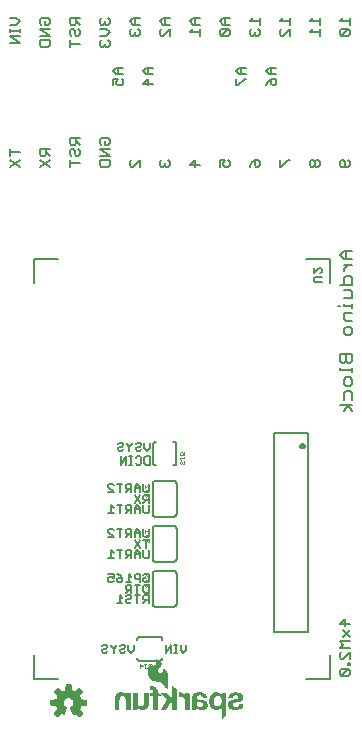
<source format=gbr>
G04 EAGLE Gerber RS-274X export*
G75*
%MOMM*%
%FSLAX34Y34*%
%LPD*%
%INSilkscreen Bottom*%
%IPPOS*%
%AMOC8*
5,1,8,0,0,1.08239X$1,22.5*%
G01*
%ADD10C,0.152400*%
%ADD11C,0.127000*%
%ADD12C,0.203200*%
%ADD13C,0.304800*%
%ADD14C,0.025400*%

G36*
X67740Y5226D02*
X67740Y5226D01*
X67848Y5236D01*
X67861Y5242D01*
X67875Y5244D01*
X67972Y5292D01*
X68071Y5337D01*
X68084Y5348D01*
X68093Y5352D01*
X68108Y5368D01*
X68185Y5430D01*
X70770Y8015D01*
X70833Y8104D01*
X70899Y8189D01*
X70904Y8202D01*
X70912Y8214D01*
X70943Y8317D01*
X70979Y8420D01*
X70979Y8434D01*
X70983Y8447D01*
X70979Y8555D01*
X70980Y8664D01*
X70975Y8677D01*
X70975Y8691D01*
X70937Y8793D01*
X70902Y8895D01*
X70893Y8910D01*
X70889Y8919D01*
X70875Y8936D01*
X70821Y9018D01*
X68057Y12408D01*
X68614Y13490D01*
X68620Y13510D01*
X68662Y13605D01*
X69033Y14764D01*
X73384Y15207D01*
X73488Y15235D01*
X73594Y15260D01*
X73606Y15267D01*
X73619Y15270D01*
X73709Y15331D01*
X73802Y15388D01*
X73810Y15399D01*
X73822Y15407D01*
X73888Y15493D01*
X73957Y15577D01*
X73961Y15590D01*
X73970Y15601D01*
X74004Y15704D01*
X74043Y15805D01*
X74044Y15823D01*
X74048Y15832D01*
X74048Y15854D01*
X74057Y15952D01*
X74057Y19608D01*
X74040Y19715D01*
X74026Y19823D01*
X74020Y19835D01*
X74018Y19849D01*
X73966Y19945D01*
X73919Y20042D01*
X73909Y20052D01*
X73903Y20064D01*
X73823Y20138D01*
X73747Y20215D01*
X73735Y20221D01*
X73725Y20231D01*
X73626Y20276D01*
X73529Y20324D01*
X73511Y20328D01*
X73502Y20332D01*
X73481Y20334D01*
X73384Y20353D01*
X69033Y20796D01*
X68662Y21955D01*
X68653Y21973D01*
X68651Y21980D01*
X68647Y21987D01*
X68614Y22070D01*
X68057Y23152D01*
X70821Y26542D01*
X70875Y26636D01*
X70932Y26728D01*
X70935Y26741D01*
X70942Y26753D01*
X70963Y26860D01*
X70988Y26965D01*
X70986Y26979D01*
X70989Y26993D01*
X70974Y27100D01*
X70964Y27208D01*
X70958Y27221D01*
X70956Y27235D01*
X70908Y27332D01*
X70863Y27431D01*
X70852Y27444D01*
X70848Y27453D01*
X70832Y27468D01*
X70770Y27545D01*
X68185Y30130D01*
X68096Y30193D01*
X68011Y30259D01*
X67998Y30264D01*
X67986Y30272D01*
X67883Y30303D01*
X67780Y30339D01*
X67766Y30339D01*
X67753Y30343D01*
X67645Y30339D01*
X67536Y30340D01*
X67523Y30335D01*
X67509Y30335D01*
X67407Y30297D01*
X67305Y30262D01*
X67290Y30253D01*
X67281Y30249D01*
X67264Y30235D01*
X67182Y30181D01*
X63792Y27417D01*
X62710Y27974D01*
X62690Y27980D01*
X62595Y28022D01*
X61436Y28393D01*
X60993Y32744D01*
X60965Y32848D01*
X60940Y32954D01*
X60933Y32966D01*
X60930Y32979D01*
X60869Y33069D01*
X60812Y33162D01*
X60801Y33170D01*
X60793Y33182D01*
X60707Y33248D01*
X60623Y33317D01*
X60610Y33321D01*
X60599Y33330D01*
X60496Y33364D01*
X60395Y33403D01*
X60377Y33404D01*
X60368Y33408D01*
X60346Y33408D01*
X60248Y33417D01*
X56592Y33417D01*
X56485Y33400D01*
X56377Y33386D01*
X56365Y33380D01*
X56351Y33378D01*
X56255Y33326D01*
X56158Y33279D01*
X56148Y33269D01*
X56136Y33263D01*
X56062Y33183D01*
X55985Y33107D01*
X55979Y33095D01*
X55969Y33085D01*
X55924Y32986D01*
X55876Y32889D01*
X55872Y32871D01*
X55868Y32862D01*
X55866Y32841D01*
X55847Y32744D01*
X55404Y28393D01*
X54245Y28022D01*
X54227Y28012D01*
X54130Y27974D01*
X53048Y27417D01*
X49658Y30181D01*
X49564Y30235D01*
X49472Y30292D01*
X49459Y30295D01*
X49447Y30302D01*
X49340Y30323D01*
X49235Y30348D01*
X49221Y30346D01*
X49207Y30349D01*
X49100Y30334D01*
X48992Y30324D01*
X48979Y30318D01*
X48966Y30316D01*
X48868Y30268D01*
X48769Y30223D01*
X48756Y30212D01*
X48747Y30208D01*
X48732Y30192D01*
X48655Y30130D01*
X46070Y27545D01*
X46007Y27456D01*
X45941Y27371D01*
X45936Y27358D01*
X45928Y27346D01*
X45897Y27243D01*
X45861Y27140D01*
X45861Y27126D01*
X45857Y27113D01*
X45861Y27005D01*
X45860Y26896D01*
X45865Y26883D01*
X45865Y26869D01*
X45903Y26767D01*
X45938Y26665D01*
X45947Y26650D01*
X45951Y26641D01*
X45965Y26624D01*
X46019Y26542D01*
X48783Y23152D01*
X48226Y22070D01*
X48220Y22050D01*
X48178Y21955D01*
X47807Y20796D01*
X43456Y20353D01*
X43352Y20325D01*
X43246Y20300D01*
X43234Y20293D01*
X43221Y20290D01*
X43131Y20229D01*
X43038Y20172D01*
X43030Y20161D01*
X43018Y20153D01*
X42952Y20067D01*
X42884Y19983D01*
X42879Y19970D01*
X42870Y19959D01*
X42836Y19856D01*
X42797Y19755D01*
X42796Y19737D01*
X42792Y19728D01*
X42793Y19706D01*
X42783Y19608D01*
X42783Y15952D01*
X42800Y15845D01*
X42814Y15737D01*
X42820Y15725D01*
X42822Y15711D01*
X42874Y15615D01*
X42921Y15518D01*
X42931Y15508D01*
X42937Y15496D01*
X43017Y15422D01*
X43093Y15345D01*
X43105Y15339D01*
X43116Y15329D01*
X43214Y15284D01*
X43311Y15236D01*
X43329Y15232D01*
X43338Y15228D01*
X43359Y15226D01*
X43456Y15207D01*
X47807Y14764D01*
X48178Y13605D01*
X48188Y13587D01*
X48226Y13490D01*
X48783Y12408D01*
X46019Y9018D01*
X45965Y8924D01*
X45908Y8832D01*
X45905Y8819D01*
X45898Y8807D01*
X45877Y8700D01*
X45852Y8595D01*
X45854Y8581D01*
X45851Y8567D01*
X45866Y8460D01*
X45876Y8352D01*
X45882Y8339D01*
X45884Y8326D01*
X45932Y8228D01*
X45977Y8129D01*
X45988Y8116D01*
X45992Y8107D01*
X46008Y8092D01*
X46070Y8015D01*
X48655Y5430D01*
X48744Y5367D01*
X48829Y5301D01*
X48842Y5296D01*
X48854Y5288D01*
X48957Y5257D01*
X49060Y5221D01*
X49074Y5221D01*
X49087Y5217D01*
X49195Y5221D01*
X49304Y5220D01*
X49317Y5225D01*
X49331Y5225D01*
X49433Y5263D01*
X49535Y5298D01*
X49550Y5307D01*
X49559Y5311D01*
X49576Y5325D01*
X49658Y5379D01*
X53048Y8143D01*
X54130Y7586D01*
X54183Y7569D01*
X54232Y7543D01*
X54298Y7532D01*
X54362Y7511D01*
X54418Y7512D01*
X54472Y7503D01*
X54539Y7514D01*
X54606Y7515D01*
X54658Y7533D01*
X54713Y7542D01*
X54773Y7574D01*
X54836Y7597D01*
X54879Y7631D01*
X54929Y7657D01*
X54975Y7706D01*
X55027Y7748D01*
X55058Y7795D01*
X55096Y7835D01*
X55152Y7940D01*
X55160Y7953D01*
X55161Y7958D01*
X55165Y7965D01*
X57318Y13162D01*
X57338Y13245D01*
X57343Y13258D01*
X57345Y13274D01*
X57370Y13359D01*
X57369Y13380D01*
X57374Y13400D01*
X57366Y13482D01*
X57367Y13501D01*
X57363Y13521D01*
X57359Y13602D01*
X57352Y13622D01*
X57350Y13643D01*
X57318Y13712D01*
X57312Y13739D01*
X57297Y13763D01*
X57271Y13830D01*
X57258Y13846D01*
X57249Y13865D01*
X57204Y13914D01*
X57184Y13946D01*
X57153Y13971D01*
X57115Y14017D01*
X57092Y14033D01*
X57082Y14043D01*
X57061Y14055D01*
X56996Y14100D01*
X56995Y14101D01*
X56994Y14102D01*
X56095Y14608D01*
X55408Y15252D01*
X54893Y16040D01*
X54581Y16928D01*
X54489Y17865D01*
X54622Y18797D01*
X54973Y19671D01*
X55522Y20436D01*
X56236Y21049D01*
X57076Y21474D01*
X57993Y21688D01*
X58934Y21678D01*
X59846Y21444D01*
X60676Y21001D01*
X61377Y20372D01*
X61909Y19595D01*
X62240Y18714D01*
X62353Y17779D01*
X62245Y16862D01*
X61925Y15994D01*
X61411Y15225D01*
X60732Y14598D01*
X59848Y14103D01*
X59806Y14070D01*
X59764Y14047D01*
X59733Y14014D01*
X59685Y13979D01*
X59673Y13963D01*
X59657Y13950D01*
X59622Y13895D01*
X59597Y13869D01*
X59584Y13839D01*
X59542Y13781D01*
X59536Y13762D01*
X59526Y13745D01*
X59507Y13670D01*
X59497Y13647D01*
X59494Y13623D01*
X59471Y13548D01*
X59472Y13528D01*
X59467Y13508D01*
X59474Y13422D01*
X59473Y13404D01*
X59476Y13388D01*
X59479Y13304D01*
X59487Y13279D01*
X59488Y13265D01*
X59498Y13243D01*
X59522Y13162D01*
X60451Y10919D01*
X60451Y10918D01*
X61382Y8671D01*
X61383Y8671D01*
X61675Y7965D01*
X61704Y7918D01*
X61725Y7866D01*
X61768Y7815D01*
X61804Y7758D01*
X61847Y7723D01*
X61883Y7680D01*
X61940Y7646D01*
X61992Y7603D01*
X62044Y7584D01*
X62092Y7555D01*
X62158Y7541D01*
X62221Y7517D01*
X62276Y7515D01*
X62330Y7504D01*
X62397Y7511D01*
X62464Y7509D01*
X62518Y7525D01*
X62573Y7532D01*
X62684Y7576D01*
X62698Y7580D01*
X62702Y7583D01*
X62710Y7586D01*
X63792Y8143D01*
X67182Y5379D01*
X67276Y5325D01*
X67368Y5268D01*
X67381Y5265D01*
X67393Y5258D01*
X67500Y5237D01*
X67605Y5212D01*
X67619Y5214D01*
X67633Y5211D01*
X67740Y5226D01*
G37*
G36*
X142225Y29039D02*
X142225Y29039D01*
X142225Y29040D01*
X142225Y41840D01*
X142225Y41841D01*
X142025Y43641D01*
X142024Y43641D01*
X142025Y43642D01*
X141825Y44242D01*
X141824Y44242D01*
X141524Y44842D01*
X141524Y44843D01*
X141224Y45343D01*
X141223Y45343D01*
X141223Y45344D01*
X140723Y45644D01*
X140323Y45944D01*
X140322Y45944D01*
X140322Y45945D01*
X139322Y46345D01*
X139321Y46344D01*
X139321Y46345D01*
X138721Y46445D01*
X138720Y46445D01*
X137920Y46445D01*
X137919Y46444D01*
X137919Y46445D01*
X137519Y46345D01*
X137320Y46345D01*
X137319Y46344D01*
X137318Y46344D01*
X137118Y46244D01*
X137117Y46244D01*
X137117Y46242D01*
X137115Y46238D01*
X137117Y46238D01*
X137116Y46236D01*
X137216Y46136D01*
X137218Y46136D01*
X137618Y45936D01*
X137618Y45935D01*
X137917Y45836D01*
X138116Y45636D01*
X138316Y45437D01*
X138516Y45138D01*
X138615Y44839D01*
X138615Y44541D01*
X138515Y44242D01*
X138316Y43843D01*
X138017Y43544D01*
X137718Y43344D01*
X137219Y43145D01*
X136720Y43045D01*
X135921Y43045D01*
X135122Y43245D01*
X134523Y43644D01*
X134124Y44143D01*
X133925Y44741D01*
X133925Y45439D01*
X134224Y46137D01*
X134924Y46937D01*
X135724Y47837D01*
X136424Y48637D01*
X136424Y48638D01*
X136924Y49538D01*
X136924Y49539D01*
X136925Y49539D01*
X137125Y50439D01*
X137125Y50440D01*
X137125Y51240D01*
X137124Y51241D01*
X137125Y51242D01*
X136825Y52142D01*
X136824Y52142D01*
X136824Y52143D01*
X136324Y52843D01*
X136323Y52843D01*
X136323Y52844D01*
X135423Y53644D01*
X135422Y53644D01*
X134322Y54244D01*
X134321Y54244D01*
X134321Y54245D01*
X133221Y54445D01*
X133220Y54445D01*
X132220Y54445D01*
X132219Y54444D01*
X132218Y54445D01*
X131318Y54145D01*
X130518Y53845D01*
X130518Y53844D01*
X129918Y53544D01*
X129917Y53544D01*
X129517Y53244D01*
X129516Y53244D01*
X129416Y53144D01*
X129416Y53142D01*
X129415Y53141D01*
X129416Y53139D01*
X129416Y53137D01*
X129418Y53137D01*
X129420Y53135D01*
X129720Y53135D01*
X129721Y53136D01*
X129722Y53135D01*
X130021Y53235D01*
X130319Y53235D01*
X130719Y53135D01*
X131218Y53035D01*
X131617Y52836D01*
X132016Y52537D01*
X132216Y52238D01*
X132315Y51938D01*
X132316Y51938D01*
X132415Y51738D01*
X132515Y51440D01*
X132415Y51142D01*
X132415Y51141D01*
X132315Y50742D01*
X132116Y50443D01*
X132116Y50442D01*
X131916Y50043D01*
X131617Y49744D01*
X131317Y49544D01*
X130917Y49244D01*
X130618Y49044D01*
X129819Y48645D01*
X129121Y48645D01*
X128822Y48745D01*
X128524Y48943D01*
X128425Y49242D01*
X128325Y49541D01*
X128325Y50340D01*
X128324Y50341D01*
X128325Y50342D01*
X128323Y50342D01*
X128321Y50345D01*
X128319Y50344D01*
X128318Y50344D01*
X127518Y49944D01*
X127517Y49943D01*
X127516Y49943D01*
X126716Y49043D01*
X126016Y47843D01*
X126016Y47842D01*
X126015Y47842D01*
X125515Y46442D01*
X125515Y46441D01*
X125215Y44841D01*
X125216Y44840D01*
X125215Y44840D01*
X125315Y43040D01*
X125316Y43039D01*
X125315Y43039D01*
X125815Y41239D01*
X125816Y41238D01*
X126816Y39438D01*
X126816Y39437D01*
X127516Y38537D01*
X127517Y38537D01*
X127516Y38536D01*
X128316Y37736D01*
X128317Y37736D01*
X129117Y37036D01*
X130117Y36436D01*
X130118Y36436D01*
X130118Y36435D01*
X131118Y36035D01*
X131119Y36036D01*
X131119Y36035D01*
X132219Y35735D01*
X133419Y35535D01*
X133420Y35535D01*
X135320Y35535D01*
X135918Y35435D01*
X136417Y35136D01*
X136917Y34736D01*
X137417Y34336D01*
X137916Y33737D01*
X137917Y33737D01*
X137916Y33736D01*
X139216Y32437D01*
X139716Y31737D01*
X139717Y31737D01*
X139716Y31736D01*
X140316Y31137D01*
X140816Y30537D01*
X140817Y30537D01*
X140816Y30536D01*
X141316Y30037D01*
X141616Y29637D01*
X141617Y29637D01*
X141616Y29636D01*
X141916Y29337D01*
X142116Y29037D01*
X142119Y29036D01*
X142120Y29035D01*
X142220Y29035D01*
X142225Y29039D01*
G37*
G36*
X187921Y3537D02*
X187921Y3537D01*
X187924Y3536D01*
X188823Y4436D01*
X190323Y5636D01*
X190323Y5637D01*
X190324Y5636D01*
X191223Y6536D01*
X191723Y6936D01*
X191724Y6939D01*
X191725Y6940D01*
X191725Y25440D01*
X191722Y25443D01*
X191721Y25445D01*
X191321Y25545D01*
X190821Y25645D01*
X190820Y25645D01*
X190321Y25645D01*
X189921Y25745D01*
X189421Y25845D01*
X189021Y25945D01*
X188021Y26145D01*
X188020Y26144D01*
X188015Y26142D01*
X188016Y26141D01*
X188015Y26140D01*
X188015Y24354D01*
X187624Y24843D01*
X187624Y24844D01*
X187224Y25244D01*
X187223Y25244D01*
X186723Y25644D01*
X185723Y26244D01*
X185721Y26244D01*
X185721Y26245D01*
X184521Y26445D01*
X184520Y26445D01*
X183820Y26445D01*
X183760Y26441D01*
X183685Y26436D01*
X183611Y26431D01*
X183610Y26431D01*
X183536Y26426D01*
X183462Y26421D01*
X183461Y26421D01*
X183387Y26416D01*
X183312Y26411D01*
X183238Y26406D01*
X183163Y26401D01*
X183089Y26396D01*
X183014Y26391D01*
X182940Y26386D01*
X182865Y26381D01*
X182791Y26376D01*
X182716Y26371D01*
X182642Y26366D01*
X182567Y26361D01*
X182493Y26357D01*
X182418Y26352D01*
X182344Y26347D01*
X182343Y26347D01*
X182320Y26345D01*
X182319Y26344D01*
X182318Y26345D01*
X180918Y25845D01*
X180918Y25844D01*
X180917Y25844D01*
X179817Y25144D01*
X179817Y25143D01*
X179816Y25143D01*
X178916Y24143D01*
X178216Y23043D01*
X178216Y23042D01*
X178215Y23041D01*
X177815Y21741D01*
X177515Y20341D01*
X177515Y20340D01*
X177415Y18840D01*
X177515Y17440D01*
X177515Y17439D01*
X177815Y16139D01*
X177816Y16139D01*
X177815Y16138D01*
X178315Y14938D01*
X178316Y14938D01*
X178916Y13838D01*
X178917Y13837D01*
X178916Y13836D01*
X179816Y12936D01*
X179817Y12936D01*
X180917Y12136D01*
X180918Y12136D01*
X180918Y12135D01*
X182118Y11735D01*
X182119Y11736D01*
X182119Y11735D01*
X183619Y11535D01*
X183620Y11536D01*
X183621Y11535D01*
X185421Y11835D01*
X185421Y11836D01*
X185422Y11836D01*
X186022Y12136D01*
X186023Y12136D01*
X187023Y12736D01*
X187023Y12737D01*
X187024Y12737D01*
X187424Y13237D01*
X187822Y13735D01*
X187915Y13735D01*
X187915Y3540D01*
X187916Y3539D01*
X187916Y3537D01*
X187918Y3537D01*
X187919Y3535D01*
X187921Y3537D01*
G37*
G36*
X171921Y11535D02*
X171921Y11535D01*
X172421Y11635D01*
X172920Y11635D01*
X172921Y11636D01*
X172921Y11635D01*
X173321Y11735D01*
X173322Y11736D01*
X173322Y11735D01*
X173822Y11935D01*
X173822Y11936D01*
X174222Y12136D01*
X174223Y12136D01*
X174522Y12336D01*
X174922Y12536D01*
X174923Y12537D01*
X174924Y12536D01*
X175224Y12836D01*
X175224Y12837D01*
X175424Y13137D01*
X175724Y13537D01*
X175924Y13837D01*
X175924Y13839D01*
X175925Y13839D01*
X176025Y14338D01*
X176224Y14738D01*
X176224Y14739D01*
X176225Y14739D01*
X176225Y14740D01*
X176225Y15240D01*
X176325Y15739D01*
X176324Y15740D01*
X176325Y15741D01*
X176125Y16841D01*
X176125Y16842D01*
X175825Y17742D01*
X175824Y17742D01*
X175424Y18442D01*
X175423Y18443D01*
X175423Y18444D01*
X174723Y19044D01*
X174722Y19044D01*
X174022Y19444D01*
X174022Y19445D01*
X173222Y19745D01*
X173221Y19745D01*
X172421Y19945D01*
X169721Y20245D01*
X169021Y20345D01*
X168321Y20545D01*
X167722Y20745D01*
X167223Y21044D01*
X166925Y21442D01*
X166925Y22539D01*
X167224Y23137D01*
X167324Y23236D01*
X167324Y23238D01*
X167424Y23436D01*
X168021Y23735D01*
X168220Y23735D01*
X168221Y23736D01*
X168222Y23736D01*
X168421Y23835D01*
X170219Y23835D01*
X171217Y23336D01*
X171616Y22937D01*
X171715Y22738D01*
X171815Y22438D01*
X171816Y22438D01*
X171915Y22239D01*
X171915Y21740D01*
X171919Y21735D01*
X171920Y21735D01*
X175820Y21735D01*
X175821Y21736D01*
X175825Y21739D01*
X175824Y21740D01*
X175825Y21740D01*
X175825Y21741D01*
X175625Y22941D01*
X175624Y22941D01*
X175625Y22942D01*
X175425Y23542D01*
X175424Y23542D01*
X175424Y23543D01*
X175124Y23943D01*
X174824Y24443D01*
X174524Y24843D01*
X174523Y24843D01*
X174523Y24844D01*
X174123Y25144D01*
X173123Y25744D01*
X173122Y25744D01*
X173122Y25745D01*
X172622Y25945D01*
X172621Y25944D01*
X172621Y25945D01*
X172121Y26045D01*
X171522Y26245D01*
X171521Y26245D01*
X170921Y26345D01*
X170421Y26445D01*
X170420Y26445D01*
X168120Y26445D01*
X168119Y26445D01*
X167620Y26345D01*
X167020Y26345D01*
X167019Y26345D01*
X166519Y26245D01*
X166519Y26244D01*
X166518Y26245D01*
X166019Y26045D01*
X165519Y25945D01*
X165519Y25944D01*
X165518Y25945D01*
X165018Y25745D01*
X165018Y25744D01*
X165017Y25744D01*
X163817Y24844D01*
X163817Y24843D01*
X163816Y24843D01*
X163516Y24443D01*
X163516Y24442D01*
X163316Y24042D01*
X163315Y24042D01*
X163115Y23542D01*
X163116Y23541D01*
X163115Y23541D01*
X163015Y23041D01*
X163015Y23040D01*
X163015Y14341D01*
X162916Y14142D01*
X162916Y14141D01*
X162915Y14140D01*
X162915Y13241D01*
X162816Y13042D01*
X162815Y13041D01*
X162816Y13041D01*
X162815Y13040D01*
X162815Y12841D01*
X162716Y12642D01*
X162716Y12641D01*
X162715Y12640D01*
X162715Y12341D01*
X162616Y12143D01*
X162516Y12044D01*
X162516Y12041D01*
X162515Y12040D01*
X162515Y11940D01*
X162519Y11935D01*
X162520Y11935D01*
X166420Y11935D01*
X166425Y11939D01*
X166425Y11940D01*
X166425Y12038D01*
X166524Y12136D01*
X166524Y12139D01*
X166525Y12140D01*
X166525Y12238D01*
X166624Y12336D01*
X166624Y12338D01*
X166625Y12339D01*
X166625Y12340D01*
X166625Y12638D01*
X166724Y12736D01*
X166724Y12739D01*
X166725Y12740D01*
X166725Y13324D01*
X166916Y13037D01*
X166917Y13037D01*
X166917Y13036D01*
X167217Y12836D01*
X167416Y12636D01*
X167417Y12636D01*
X167717Y12436D01*
X167718Y12436D01*
X167718Y12435D01*
X168018Y12336D01*
X168317Y12136D01*
X168318Y12136D01*
X168318Y12135D01*
X169518Y11735D01*
X169519Y11736D01*
X169520Y11735D01*
X169819Y11735D01*
X170118Y11635D01*
X170119Y11636D01*
X170120Y11635D01*
X170519Y11635D01*
X170818Y11535D01*
X170819Y11536D01*
X170820Y11535D01*
X171920Y11535D01*
X171921Y11535D01*
G37*
G36*
X140922Y11937D02*
X140922Y11937D01*
X140924Y11937D01*
X144821Y18232D01*
X146315Y16838D01*
X146315Y11940D01*
X146319Y11935D01*
X146320Y11935D01*
X150220Y11935D01*
X150225Y11939D01*
X150225Y11940D01*
X150225Y29340D01*
X150223Y29342D01*
X150222Y29344D01*
X146322Y31444D01*
X146321Y31444D01*
X146321Y31445D01*
X146319Y31444D01*
X146316Y31443D01*
X146316Y31441D01*
X146315Y31440D01*
X146315Y21052D01*
X141424Y26143D01*
X141421Y26144D01*
X141420Y26145D01*
X136820Y26145D01*
X136819Y26144D01*
X136817Y26144D01*
X136817Y26142D01*
X136815Y26141D01*
X136817Y26139D01*
X136817Y26136D01*
X142114Y20939D01*
X136216Y11943D01*
X136216Y11941D01*
X136215Y11941D01*
X136216Y11939D01*
X136217Y11936D01*
X136219Y11937D01*
X136220Y11935D01*
X140920Y11935D01*
X140922Y11937D01*
G37*
G36*
X101425Y11939D02*
X101425Y11939D01*
X101425Y11940D01*
X101425Y19940D01*
X101525Y20739D01*
X101625Y21439D01*
X101725Y22038D01*
X102024Y22537D01*
X102323Y22936D01*
X102822Y23235D01*
X103321Y23335D01*
X103920Y23435D01*
X104719Y23335D01*
X105318Y23235D01*
X105817Y22936D01*
X106216Y22437D01*
X106516Y21938D01*
X106815Y21239D01*
X106915Y20339D01*
X106915Y11940D01*
X106919Y11935D01*
X106920Y11935D01*
X110820Y11935D01*
X110825Y11939D01*
X110825Y11940D01*
X110825Y26140D01*
X110821Y26145D01*
X110820Y26145D01*
X107120Y26145D01*
X107115Y26141D01*
X107115Y26140D01*
X107115Y24145D01*
X107023Y24145D01*
X106624Y24743D01*
X106624Y24744D01*
X106224Y25144D01*
X106223Y25144D01*
X105723Y25544D01*
X105123Y25944D01*
X105122Y25944D01*
X105122Y25945D01*
X103922Y26345D01*
X103921Y26345D01*
X103321Y26445D01*
X103320Y26445D01*
X102720Y26445D01*
X102703Y26444D01*
X102633Y26439D01*
X102564Y26434D01*
X102494Y26429D01*
X102425Y26424D01*
X102355Y26419D01*
X102286Y26414D01*
X102216Y26409D01*
X102147Y26404D01*
X102146Y26404D01*
X102077Y26399D01*
X102007Y26394D01*
X101938Y26389D01*
X101868Y26384D01*
X101799Y26379D01*
X101729Y26374D01*
X101660Y26369D01*
X101590Y26364D01*
X101520Y26359D01*
X101451Y26354D01*
X101381Y26349D01*
X101320Y26345D01*
X101319Y26345D01*
X100219Y26045D01*
X100218Y26044D01*
X99318Y25544D01*
X99317Y25543D01*
X99316Y25544D01*
X98616Y24844D01*
X98616Y24843D01*
X98116Y24043D01*
X98116Y24042D01*
X98115Y24041D01*
X97815Y23041D01*
X97615Y21941D01*
X97615Y21940D01*
X97515Y20640D01*
X97515Y11940D01*
X97519Y11935D01*
X97520Y11935D01*
X101420Y11935D01*
X101425Y11939D01*
G37*
G36*
X122420Y11635D02*
X122420Y11635D01*
X122421Y11636D01*
X122422Y11635D01*
X123522Y12035D01*
X123522Y12036D01*
X124422Y12536D01*
X124423Y12536D01*
X125123Y13136D01*
X125123Y13137D01*
X125124Y13138D01*
X125624Y14038D01*
X125625Y14039D01*
X125925Y15039D01*
X126125Y16139D01*
X126125Y16140D01*
X126125Y26140D01*
X126121Y26145D01*
X126120Y26145D01*
X122320Y26145D01*
X122315Y26141D01*
X122315Y26140D01*
X122315Y18140D01*
X122115Y16541D01*
X122015Y15942D01*
X121716Y15543D01*
X121417Y15144D01*
X120918Y14845D01*
X120419Y14745D01*
X119820Y14645D01*
X119021Y14745D01*
X118422Y14845D01*
X117923Y15144D01*
X117524Y15543D01*
X117225Y16142D01*
X116925Y16841D01*
X116825Y17640D01*
X116825Y26140D01*
X116821Y26145D01*
X116820Y26145D01*
X112920Y26145D01*
X112915Y26141D01*
X112915Y26140D01*
X112915Y11940D01*
X112919Y11935D01*
X112920Y11935D01*
X116620Y11935D01*
X116625Y11939D01*
X116625Y11940D01*
X116625Y13935D01*
X116717Y13935D01*
X117116Y13337D01*
X117516Y12837D01*
X117517Y12837D01*
X117517Y12836D01*
X118017Y12436D01*
X118018Y12436D01*
X118618Y12136D01*
X118618Y12135D01*
X119118Y11935D01*
X119718Y11735D01*
X119719Y11736D01*
X119719Y11735D01*
X120419Y11635D01*
X121019Y11535D01*
X121020Y11536D01*
X121020Y11535D01*
X122420Y11635D01*
G37*
G36*
X201020Y11635D02*
X201020Y11635D01*
X201021Y11635D01*
X202221Y11835D01*
X203321Y12135D01*
X203322Y12136D01*
X204322Y12636D01*
X204323Y12636D01*
X205123Y13336D01*
X205123Y13337D01*
X205124Y13337D01*
X205824Y14237D01*
X205824Y14238D01*
X205825Y14238D01*
X206225Y15238D01*
X206224Y15239D01*
X206225Y15239D01*
X206425Y16539D01*
X206425Y16540D01*
X206421Y16545D01*
X206421Y16544D01*
X206420Y16545D01*
X202720Y16545D01*
X202715Y16541D01*
X202715Y16540D01*
X202715Y15941D01*
X202516Y15443D01*
X202216Y15044D01*
X201817Y14744D01*
X201418Y14445D01*
X200819Y14345D01*
X200319Y14245D01*
X199720Y14145D01*
X199321Y14245D01*
X199320Y14244D01*
X199320Y14245D01*
X198921Y14245D01*
X198522Y14345D01*
X198123Y14544D01*
X197723Y14844D01*
X197425Y15143D01*
X197325Y15541D01*
X197225Y15940D01*
X197325Y16338D01*
X197524Y16737D01*
X197923Y17036D01*
X198422Y17335D01*
X199021Y17535D01*
X200621Y17935D01*
X201621Y18135D01*
X202521Y18335D01*
X202521Y18336D01*
X202522Y18335D01*
X203322Y18635D01*
X204022Y18935D01*
X204022Y18936D01*
X204722Y19336D01*
X204723Y19336D01*
X205323Y19736D01*
X205323Y19737D01*
X205324Y19737D01*
X205724Y20337D01*
X205724Y20338D01*
X205725Y20338D01*
X206025Y21038D01*
X206024Y21039D01*
X206025Y21039D01*
X206125Y21939D01*
X206125Y21940D01*
X206025Y23140D01*
X206024Y23141D01*
X206025Y23142D01*
X205625Y24142D01*
X205624Y24142D01*
X205624Y24143D01*
X204924Y24943D01*
X204923Y24943D01*
X204923Y24944D01*
X204223Y25544D01*
X204222Y25544D01*
X203222Y26044D01*
X203221Y26044D01*
X203221Y26045D01*
X202221Y26245D01*
X201121Y26445D01*
X201120Y26445D01*
X198820Y26445D01*
X198819Y26445D01*
X197719Y26245D01*
X196719Y25945D01*
X196718Y25944D01*
X196718Y25945D01*
X195818Y25545D01*
X195818Y25544D01*
X195817Y25544D01*
X195017Y24944D01*
X195017Y24943D01*
X195016Y24943D01*
X194416Y24143D01*
X194416Y24142D01*
X193916Y23142D01*
X193916Y23141D01*
X193915Y23141D01*
X193715Y21941D01*
X193716Y21940D01*
X193719Y21935D01*
X193719Y21936D01*
X193720Y21935D01*
X197420Y21935D01*
X197424Y21938D01*
X197425Y21939D01*
X197525Y22439D01*
X197724Y22938D01*
X197924Y23236D01*
X198222Y23436D01*
X198622Y23636D01*
X199121Y23835D01*
X200819Y23835D01*
X201118Y23735D01*
X201119Y23735D01*
X201519Y23635D01*
X201817Y23536D01*
X202215Y22938D01*
X202215Y22541D01*
X202115Y22142D01*
X201816Y21744D01*
X201417Y21444D01*
X200818Y21145D01*
X200219Y20945D01*
X199419Y20845D01*
X197019Y20245D01*
X196119Y20045D01*
X196118Y20044D01*
X194718Y19244D01*
X194717Y19244D01*
X194117Y18744D01*
X194117Y18743D01*
X194116Y18743D01*
X193716Y18143D01*
X193716Y18142D01*
X193715Y18142D01*
X193415Y17442D01*
X193416Y17441D01*
X193415Y17441D01*
X193315Y16541D01*
X193316Y16540D01*
X193315Y16539D01*
X193515Y15239D01*
X193516Y15239D01*
X193515Y15238D01*
X193915Y14138D01*
X193916Y14138D01*
X193916Y14137D01*
X194516Y13337D01*
X194517Y13337D01*
X194517Y13336D01*
X195317Y12636D01*
X195318Y12636D01*
X196318Y12136D01*
X196319Y12135D01*
X197419Y11835D01*
X198619Y11635D01*
X198620Y11635D01*
X199820Y11535D01*
X201020Y11635D01*
G37*
G36*
X133825Y11939D02*
X133825Y11939D01*
X133825Y11940D01*
X133825Y23535D01*
X137720Y23535D01*
X137722Y23536D01*
X137724Y23537D01*
X137723Y23538D01*
X137725Y23539D01*
X137723Y23541D01*
X137723Y23544D01*
X137323Y23844D01*
X135724Y25444D01*
X135723Y25444D01*
X135324Y25744D01*
X135024Y26143D01*
X135021Y26144D01*
X135020Y26145D01*
X133825Y26145D01*
X133825Y28140D01*
X133824Y28141D01*
X133825Y28142D01*
X133525Y28942D01*
X133225Y29642D01*
X133224Y29642D01*
X133224Y29643D01*
X132724Y30243D01*
X132723Y30243D01*
X132723Y30244D01*
X132023Y30744D01*
X132022Y30744D01*
X131222Y31144D01*
X131221Y31145D01*
X130221Y31445D01*
X130221Y31444D01*
X130220Y31445D01*
X127320Y31445D01*
X127319Y31444D01*
X127318Y31444D01*
X127118Y31344D01*
X127117Y31341D01*
X127115Y31340D01*
X127115Y28540D01*
X127119Y28535D01*
X127120Y28535D01*
X128819Y28535D01*
X129218Y28435D01*
X129617Y28236D01*
X129816Y27938D01*
X129915Y27739D01*
X129915Y27340D01*
X129916Y27339D01*
X129915Y27339D01*
X130015Y26939D01*
X130015Y26145D01*
X127320Y26145D01*
X127315Y26141D01*
X127315Y26140D01*
X127315Y23540D01*
X127319Y23535D01*
X127320Y23535D01*
X130015Y23535D01*
X130015Y11940D01*
X130019Y11935D01*
X130020Y11935D01*
X133820Y11935D01*
X133825Y11939D01*
G37*
G36*
X160825Y11939D02*
X160825Y11939D01*
X160825Y11940D01*
X160825Y25440D01*
X160822Y25444D01*
X160821Y25445D01*
X160321Y25545D01*
X159921Y25645D01*
X159920Y25644D01*
X159920Y25645D01*
X159420Y25645D01*
X158921Y25745D01*
X158521Y25845D01*
X158021Y25945D01*
X157521Y26045D01*
X157121Y26145D01*
X157120Y26144D01*
X157115Y26142D01*
X157116Y26141D01*
X157115Y26140D01*
X157115Y23459D01*
X156724Y24142D01*
X156724Y24143D01*
X156324Y24643D01*
X155824Y25243D01*
X155823Y25243D01*
X155823Y25244D01*
X155323Y25644D01*
X155322Y25644D01*
X154622Y26044D01*
X154622Y26045D01*
X154022Y26245D01*
X154021Y26245D01*
X153321Y26445D01*
X153321Y26444D01*
X153320Y26445D01*
X151920Y26445D01*
X151918Y26443D01*
X151916Y26444D01*
X151818Y26345D01*
X151720Y26345D01*
X151715Y26341D01*
X151715Y26340D01*
X151715Y22740D01*
X151719Y22735D01*
X151720Y22735D01*
X151820Y22735D01*
X151821Y22736D01*
X151822Y22736D01*
X152021Y22835D01*
X153120Y22835D01*
X154119Y22735D01*
X154918Y22535D01*
X155617Y22136D01*
X156116Y21537D01*
X156515Y20838D01*
X156715Y20139D01*
X156915Y19239D01*
X156915Y11940D01*
X156919Y11935D01*
X156920Y11935D01*
X160820Y11935D01*
X160825Y11939D01*
G37*
%LPC*%
G36*
X183821Y14645D02*
X183821Y14645D01*
X183022Y14845D01*
X182424Y15343D01*
X182024Y15843D01*
X181725Y16542D01*
X181425Y17341D01*
X181325Y18140D01*
X181325Y19840D01*
X181425Y20639D01*
X181725Y21438D01*
X182024Y22137D01*
X182523Y22736D01*
X183122Y23136D01*
X183821Y23435D01*
X184720Y23535D01*
X185519Y23435D01*
X186317Y23136D01*
X186817Y22736D01*
X187316Y22137D01*
X187615Y21438D01*
X187915Y20639D01*
X188015Y19840D01*
X188015Y18141D01*
X187815Y17341D01*
X187615Y16542D01*
X187316Y15843D01*
X186817Y15344D01*
X186218Y14844D01*
X185519Y14645D01*
X184620Y14545D01*
X183821Y14645D01*
G37*
%LPD*%
%LPC*%
G36*
X170020Y14145D02*
X170020Y14145D01*
X169521Y14245D01*
X169520Y14245D01*
X169021Y14245D01*
X168622Y14444D01*
X168621Y14445D01*
X168222Y14545D01*
X167923Y14744D01*
X167724Y14943D01*
X167524Y15243D01*
X167524Y15244D01*
X167324Y15443D01*
X167225Y15742D01*
X167125Y16042D01*
X167124Y16042D01*
X167025Y16242D01*
X166925Y16541D01*
X166925Y18828D01*
X167116Y18636D01*
X167119Y18636D01*
X167120Y18635D01*
X167319Y18635D01*
X167718Y18436D01*
X167719Y18436D01*
X167720Y18435D01*
X167919Y18435D01*
X168118Y18336D01*
X168119Y18336D01*
X168120Y18335D01*
X168519Y18335D01*
X168718Y18236D01*
X168719Y18236D01*
X168720Y18235D01*
X168919Y18235D01*
X169218Y18135D01*
X169219Y18136D01*
X169220Y18135D01*
X169619Y18135D01*
X169918Y18035D01*
X169919Y18036D01*
X169920Y18035D01*
X170319Y18035D01*
X170518Y17936D01*
X170519Y17936D01*
X170520Y17935D01*
X170719Y17935D01*
X171018Y17835D01*
X171217Y17736D01*
X171316Y17636D01*
X171318Y17636D01*
X171717Y17436D01*
X171816Y17336D01*
X171818Y17336D01*
X172016Y17236D01*
X172315Y16639D01*
X172315Y16440D01*
X172316Y16439D01*
X172316Y16438D01*
X172415Y16239D01*
X172415Y15741D01*
X172315Y15442D01*
X172315Y15441D01*
X172316Y15441D01*
X172315Y15440D01*
X172315Y15241D01*
X172216Y15043D01*
X172116Y14944D01*
X172116Y14942D01*
X172016Y14744D01*
X171818Y14644D01*
X171817Y14643D01*
X171816Y14644D01*
X171717Y14544D01*
X171319Y14345D01*
X171120Y14345D01*
X171119Y14344D01*
X171118Y14344D01*
X170919Y14245D01*
X170720Y14245D01*
X170719Y14244D01*
X170718Y14244D01*
X170519Y14145D01*
X170020Y14145D01*
G37*
%LPD*%
D10*
X296418Y84143D02*
X287775Y84143D01*
X292096Y88465D01*
X292096Y82703D01*
X290656Y79110D02*
X296418Y73347D01*
X290656Y73347D02*
X296418Y79110D01*
X296418Y69754D02*
X287775Y69754D01*
X290656Y66873D01*
X287775Y63992D01*
X296418Y63992D01*
X296418Y60399D02*
X296418Y54637D01*
X296418Y60399D02*
X290656Y54637D01*
X289215Y54637D01*
X287775Y56078D01*
X287775Y58959D01*
X289215Y60399D01*
X294977Y51044D02*
X296418Y51044D01*
X294977Y51044D02*
X294977Y49603D01*
X296418Y49603D01*
X296418Y51044D01*
X294977Y46366D02*
X289215Y46366D01*
X287775Y44926D01*
X287775Y42045D01*
X289215Y40604D01*
X294977Y40604D01*
X296418Y42045D01*
X296418Y44926D01*
X294977Y46366D01*
X289215Y40604D01*
D11*
X113665Y62359D02*
X113665Y66935D01*
X113665Y62359D02*
X111377Y60071D01*
X109089Y62359D01*
X109089Y66935D01*
X102749Y66935D02*
X101605Y65791D01*
X102749Y66935D02*
X105037Y66935D01*
X106181Y65791D01*
X106181Y64647D01*
X105037Y63503D01*
X102749Y63503D01*
X101605Y62359D01*
X101605Y61215D01*
X102749Y60071D01*
X105037Y60071D01*
X106181Y61215D01*
X98697Y65791D02*
X98697Y66935D01*
X98697Y65791D02*
X96409Y63503D01*
X94121Y65791D01*
X94121Y66935D01*
X96409Y63503D02*
X96409Y60071D01*
X87781Y66935D02*
X86637Y65791D01*
X87781Y66935D02*
X90069Y66935D01*
X91213Y65791D01*
X91213Y64647D01*
X90069Y63503D01*
X87781Y63503D01*
X86637Y62359D01*
X86637Y61215D01*
X87781Y60071D01*
X90069Y60071D01*
X91213Y61215D01*
X126365Y179325D02*
X126365Y185045D01*
X126365Y179325D02*
X125221Y178181D01*
X122933Y178181D01*
X121789Y179325D01*
X121789Y185045D01*
X118881Y182757D02*
X118881Y178181D01*
X118881Y182757D02*
X116593Y185045D01*
X114305Y182757D01*
X114305Y178181D01*
X114305Y181613D02*
X118881Y181613D01*
X111397Y178181D02*
X111397Y185045D01*
X107965Y185045D01*
X106821Y183901D01*
X106821Y181613D01*
X107965Y180469D01*
X111397Y180469D01*
X109109Y180469D02*
X106821Y178181D01*
X101625Y178181D02*
X101625Y185045D01*
X103913Y185045D02*
X99337Y185045D01*
X96428Y182757D02*
X94140Y185045D01*
X94140Y178181D01*
X96428Y178181D02*
X91852Y178181D01*
X126365Y197105D02*
X126365Y202825D01*
X126365Y197105D02*
X125221Y195961D01*
X122933Y195961D01*
X121789Y197105D01*
X121789Y202825D01*
X118881Y200537D02*
X118881Y195961D01*
X118881Y200537D02*
X116593Y202825D01*
X114305Y200537D01*
X114305Y195961D01*
X114305Y199393D02*
X118881Y199393D01*
X111397Y195961D02*
X111397Y202825D01*
X107965Y202825D01*
X106821Y201681D01*
X106821Y199393D01*
X107965Y198249D01*
X111397Y198249D01*
X109109Y198249D02*
X106821Y195961D01*
X101625Y195961D02*
X101625Y202825D01*
X103913Y202825D02*
X99337Y202825D01*
X96428Y195961D02*
X91852Y195961D01*
X96428Y195961D02*
X91852Y200537D01*
X91852Y201681D01*
X92996Y202825D01*
X95284Y202825D01*
X96428Y201681D01*
X126365Y193935D02*
X126365Y187071D01*
X126365Y193935D02*
X122933Y193935D01*
X121789Y192791D01*
X121789Y190503D01*
X122933Y189359D01*
X126365Y189359D01*
X124077Y189359D02*
X121789Y187071D01*
X118881Y193935D02*
X114305Y187071D01*
X118881Y187071D02*
X114305Y193935D01*
X126365Y146945D02*
X126365Y141225D01*
X125221Y140081D01*
X122933Y140081D01*
X121789Y141225D01*
X121789Y146945D01*
X118881Y144657D02*
X118881Y140081D01*
X118881Y144657D02*
X116593Y146945D01*
X114305Y144657D01*
X114305Y140081D01*
X114305Y143513D02*
X118881Y143513D01*
X111397Y140081D02*
X111397Y146945D01*
X107965Y146945D01*
X106821Y145801D01*
X106821Y143513D01*
X107965Y142369D01*
X111397Y142369D01*
X109109Y142369D02*
X106821Y140081D01*
X101625Y140081D02*
X101625Y146945D01*
X103913Y146945D02*
X99337Y146945D01*
X96428Y144657D02*
X94140Y146945D01*
X94140Y140081D01*
X96428Y140081D02*
X91852Y140081D01*
X126365Y159005D02*
X126365Y164725D01*
X126365Y159005D02*
X125221Y157861D01*
X122933Y157861D01*
X121789Y159005D01*
X121789Y164725D01*
X118881Y162437D02*
X118881Y157861D01*
X118881Y162437D02*
X116593Y164725D01*
X114305Y162437D01*
X114305Y157861D01*
X114305Y161293D02*
X118881Y161293D01*
X111397Y157861D02*
X111397Y164725D01*
X107965Y164725D01*
X106821Y163581D01*
X106821Y161293D01*
X107965Y160149D01*
X111397Y160149D01*
X109109Y160149D02*
X106821Y157861D01*
X101625Y157861D02*
X101625Y164725D01*
X103913Y164725D02*
X99337Y164725D01*
X96428Y157861D02*
X91852Y157861D01*
X96428Y157861D02*
X91852Y162437D01*
X91852Y163581D01*
X92996Y164725D01*
X95284Y164725D01*
X96428Y163581D01*
X124077Y155835D02*
X124077Y148971D01*
X126365Y155835D02*
X121789Y155835D01*
X118881Y155835D02*
X114305Y148971D01*
X118881Y148971D02*
X114305Y155835D01*
X126365Y108845D02*
X126365Y101981D01*
X126365Y108845D02*
X122933Y108845D01*
X121789Y107701D01*
X121789Y105413D01*
X122933Y104269D01*
X126365Y104269D01*
X124077Y104269D02*
X121789Y101981D01*
X116593Y101981D02*
X116593Y108845D01*
X118881Y108845D02*
X114305Y108845D01*
X107965Y108845D02*
X106821Y107701D01*
X107965Y108845D02*
X110253Y108845D01*
X111397Y107701D01*
X111397Y106557D01*
X110253Y105413D01*
X107965Y105413D01*
X106821Y104269D01*
X106821Y103125D01*
X107965Y101981D01*
X110253Y101981D01*
X111397Y103125D01*
X103913Y106557D02*
X101625Y108845D01*
X101625Y101981D01*
X103913Y101981D02*
X99337Y101981D01*
X121789Y125481D02*
X122933Y126625D01*
X125221Y126625D01*
X126365Y125481D01*
X126365Y120905D01*
X125221Y119761D01*
X122933Y119761D01*
X121789Y120905D01*
X121789Y123193D01*
X124077Y123193D01*
X118881Y119761D02*
X118881Y126625D01*
X115449Y126625D01*
X114305Y125481D01*
X114305Y123193D01*
X115449Y122049D01*
X118881Y122049D01*
X111397Y124337D02*
X109109Y126625D01*
X109109Y119761D01*
X111397Y119761D02*
X106821Y119761D01*
X101625Y125481D02*
X99337Y126625D01*
X101625Y125481D02*
X103913Y123193D01*
X103913Y120905D01*
X102769Y119761D01*
X100481Y119761D01*
X99337Y120905D01*
X99337Y122049D01*
X100481Y123193D01*
X103913Y123193D01*
X96428Y126625D02*
X91852Y126625D01*
X96428Y126625D02*
X96428Y123193D01*
X94140Y124337D01*
X92996Y124337D01*
X91852Y123193D01*
X91852Y120905D01*
X92996Y119761D01*
X95284Y119761D01*
X96428Y120905D01*
X126365Y117735D02*
X126365Y110871D01*
X122933Y110871D01*
X121789Y112015D01*
X121789Y116591D01*
X122933Y117735D01*
X126365Y117735D01*
X116593Y117735D02*
X116593Y110871D01*
X118881Y117735D02*
X114305Y117735D01*
X111397Y117735D02*
X111397Y110871D01*
X111397Y117735D02*
X107965Y117735D01*
X106821Y116591D01*
X106821Y114303D01*
X107965Y113159D01*
X111397Y113159D01*
X109109Y113159D02*
X106821Y110871D01*
D10*
X17018Y483697D02*
X8375Y483697D01*
X8375Y486578D02*
X8375Y480816D01*
X8375Y477223D02*
X17018Y471461D01*
X17018Y477223D02*
X8375Y471461D01*
X33775Y486578D02*
X42418Y486578D01*
X33775Y486578D02*
X33775Y482257D01*
X35215Y480816D01*
X38096Y480816D01*
X39537Y482257D01*
X39537Y486578D01*
X39537Y483697D02*
X42418Y480816D01*
X42418Y471461D02*
X33775Y477223D01*
X33775Y471461D02*
X42418Y477223D01*
X59175Y495934D02*
X67818Y495934D01*
X59175Y495934D02*
X59175Y491612D01*
X60615Y490171D01*
X63496Y490171D01*
X64937Y491612D01*
X64937Y495934D01*
X64937Y493052D02*
X67818Y490171D01*
X59175Y482257D02*
X60615Y480816D01*
X59175Y482257D02*
X59175Y485138D01*
X60615Y486578D01*
X62056Y486578D01*
X63496Y485138D01*
X63496Y482257D01*
X64937Y480816D01*
X66377Y480816D01*
X67818Y482257D01*
X67818Y485138D01*
X66377Y486578D01*
X67818Y474342D02*
X59175Y474342D01*
X59175Y477223D02*
X59175Y471461D01*
X84575Y491612D02*
X86015Y490171D01*
X84575Y491612D02*
X84575Y494493D01*
X86015Y495934D01*
X91777Y495934D01*
X93218Y494493D01*
X93218Y491612D01*
X91777Y490171D01*
X88896Y490171D01*
X88896Y493052D01*
X84575Y486578D02*
X93218Y486578D01*
X93218Y480816D02*
X84575Y486578D01*
X84575Y480816D02*
X93218Y480816D01*
X93218Y477223D02*
X84575Y477223D01*
X93218Y477223D02*
X93218Y472902D01*
X91777Y471461D01*
X86015Y471461D01*
X84575Y472902D01*
X84575Y477223D01*
X118618Y477223D02*
X118618Y471461D01*
X118618Y477223D02*
X112856Y471461D01*
X111415Y471461D01*
X109975Y472902D01*
X109975Y475783D01*
X111415Y477223D01*
X135375Y475783D02*
X136815Y477223D01*
X135375Y475783D02*
X135375Y472902D01*
X136815Y471461D01*
X138256Y471461D01*
X139696Y472902D01*
X139696Y474342D01*
X139696Y472902D02*
X141137Y471461D01*
X142577Y471461D01*
X144018Y472902D01*
X144018Y475783D01*
X142577Y477223D01*
X160775Y472902D02*
X169418Y472902D01*
X165096Y477223D02*
X160775Y472902D01*
X165096Y471461D02*
X165096Y477223D01*
X186175Y477223D02*
X186175Y471461D01*
X186175Y477223D02*
X190496Y477223D01*
X189056Y474342D01*
X189056Y472902D01*
X190496Y471461D01*
X193377Y471461D01*
X194818Y472902D01*
X194818Y475783D01*
X193377Y477223D01*
X211575Y471461D02*
X213015Y474342D01*
X215896Y477223D01*
X218777Y477223D01*
X220218Y475783D01*
X220218Y472902D01*
X218777Y471461D01*
X217337Y471461D01*
X215896Y472902D01*
X215896Y477223D01*
X236975Y477223D02*
X236975Y471461D01*
X238415Y471461D01*
X244177Y477223D01*
X245618Y477223D01*
X262375Y475783D02*
X263815Y477223D01*
X262375Y475783D02*
X262375Y472902D01*
X263815Y471461D01*
X265256Y471461D01*
X266696Y472902D01*
X268137Y471461D01*
X269577Y471461D01*
X271018Y472902D01*
X271018Y475783D01*
X269577Y477223D01*
X268137Y477223D01*
X266696Y475783D01*
X265256Y477223D01*
X263815Y477223D01*
X266696Y475783D02*
X266696Y472902D01*
X294977Y477223D02*
X296418Y475783D01*
X296418Y472902D01*
X294977Y471461D01*
X289215Y471461D01*
X287775Y472902D01*
X287775Y475783D01*
X289215Y477223D01*
X290656Y477223D01*
X292096Y475783D01*
X292096Y471461D01*
D12*
X291586Y400304D02*
X298704Y400304D01*
X291586Y400304D02*
X288027Y396745D01*
X291586Y393186D01*
X298704Y393186D01*
X293365Y393186D02*
X293365Y400304D01*
X291586Y388610D02*
X298704Y388610D01*
X295145Y388610D02*
X291586Y385051D01*
X291586Y383271D01*
X288027Y371747D02*
X298704Y371747D01*
X298704Y377086D01*
X296925Y378865D01*
X293365Y378865D01*
X291586Y377086D01*
X291586Y371747D01*
X291586Y367171D02*
X296925Y367171D01*
X298704Y365392D01*
X298704Y360053D01*
X291586Y360053D01*
X291586Y355477D02*
X291586Y353698D01*
X298704Y353698D01*
X298704Y355477D02*
X298704Y351918D01*
X288027Y353698D02*
X286247Y353698D01*
X291586Y347681D02*
X298704Y347681D01*
X291586Y347681D02*
X291586Y342343D01*
X293365Y340563D01*
X298704Y340563D01*
X298704Y334208D02*
X298704Y330649D01*
X296925Y328869D01*
X293365Y328869D01*
X291586Y330649D01*
X291586Y334208D01*
X293365Y335987D01*
X296925Y335987D01*
X298704Y334208D01*
X298704Y312599D02*
X288027Y312599D01*
X288027Y307261D01*
X289806Y305481D01*
X291586Y305481D01*
X293365Y307261D01*
X295145Y305481D01*
X296925Y305481D01*
X298704Y307261D01*
X298704Y312599D01*
X293365Y312599D02*
X293365Y307261D01*
X288027Y300905D02*
X288027Y299126D01*
X298704Y299126D01*
X298704Y300905D02*
X298704Y297346D01*
X298704Y291330D02*
X298704Y287771D01*
X296925Y285991D01*
X293365Y285991D01*
X291586Y287771D01*
X291586Y291330D01*
X293365Y293109D01*
X296925Y293109D01*
X298704Y291330D01*
X291586Y279636D02*
X291586Y274297D01*
X291586Y279636D02*
X293365Y281415D01*
X296925Y281415D01*
X298704Y279636D01*
X298704Y274297D01*
X298704Y269721D02*
X288027Y269721D01*
X295145Y269721D02*
X298704Y264383D01*
X295145Y269721D02*
X291586Y264383D01*
D11*
X127127Y237877D02*
X127127Y233301D01*
X124839Y231013D01*
X122551Y233301D01*
X122551Y237877D01*
X116211Y237877D02*
X115067Y236733D01*
X116211Y237877D02*
X118499Y237877D01*
X119643Y236733D01*
X119643Y235589D01*
X118499Y234445D01*
X116211Y234445D01*
X115067Y233301D01*
X115067Y232157D01*
X116211Y231013D01*
X118499Y231013D01*
X119643Y232157D01*
X112159Y236733D02*
X112159Y237877D01*
X112159Y236733D02*
X109871Y234445D01*
X107583Y236733D01*
X107583Y237877D01*
X109871Y234445D02*
X109871Y231013D01*
X101243Y237877D02*
X100099Y236733D01*
X101243Y237877D02*
X103531Y237877D01*
X104675Y236733D01*
X104675Y235589D01*
X103531Y234445D01*
X101243Y234445D01*
X100099Y233301D01*
X100099Y232157D01*
X101243Y231013D01*
X103531Y231013D01*
X104675Y232157D01*
X127127Y226193D02*
X127127Y219329D01*
X123695Y219329D01*
X122551Y220473D01*
X122551Y225049D01*
X123695Y226193D01*
X127127Y226193D01*
X116211Y226193D02*
X115067Y225049D01*
X116211Y226193D02*
X118499Y226193D01*
X119643Y225049D01*
X119643Y220473D01*
X118499Y219329D01*
X116211Y219329D01*
X115067Y220473D01*
X112159Y219329D02*
X109871Y219329D01*
X111015Y219329D02*
X111015Y226193D01*
X112159Y226193D02*
X109871Y226193D01*
X107169Y226193D02*
X107169Y219329D01*
X102593Y219329D02*
X107169Y226193D01*
X102593Y226193D02*
X102593Y219329D01*
X157753Y66935D02*
X157753Y62359D01*
X155465Y60071D01*
X153177Y62359D01*
X153177Y66935D01*
X150269Y60071D02*
X147981Y60071D01*
X149125Y60071D02*
X149125Y66935D01*
X150269Y66935D02*
X147981Y66935D01*
X145279Y66935D02*
X145279Y60071D01*
X140703Y60071D02*
X145279Y66935D01*
X140703Y66935D02*
X140703Y60071D01*
D10*
X67818Y597408D02*
X59175Y597408D01*
X59175Y593086D01*
X60615Y591646D01*
X63496Y591646D01*
X64937Y593086D01*
X64937Y597408D01*
X64937Y594527D02*
X67818Y591646D01*
X59175Y583731D02*
X60615Y582291D01*
X59175Y583731D02*
X59175Y586612D01*
X60615Y588053D01*
X62056Y588053D01*
X63496Y586612D01*
X63496Y583731D01*
X64937Y582291D01*
X66377Y582291D01*
X67818Y583731D01*
X67818Y586612D01*
X66377Y588053D01*
X67818Y575817D02*
X59175Y575817D01*
X59175Y578698D02*
X59175Y572935D01*
X35215Y591646D02*
X33775Y593086D01*
X33775Y595967D01*
X35215Y597408D01*
X40977Y597408D01*
X42418Y595967D01*
X42418Y593086D01*
X40977Y591646D01*
X38096Y591646D01*
X38096Y594527D01*
X33775Y588053D02*
X42418Y588053D01*
X42418Y582291D02*
X33775Y588053D01*
X33775Y582291D02*
X42418Y582291D01*
X42418Y578698D02*
X33775Y578698D01*
X42418Y578698D02*
X42418Y574376D01*
X40977Y572935D01*
X35215Y572935D01*
X33775Y574376D01*
X33775Y578698D01*
X14137Y597408D02*
X8375Y597408D01*
X14137Y597408D02*
X17018Y594527D01*
X14137Y591646D01*
X8375Y591646D01*
X17018Y588053D02*
X17018Y585172D01*
X17018Y586612D02*
X8375Y586612D01*
X8375Y585172D02*
X8375Y588053D01*
X8375Y581816D02*
X17018Y581816D01*
X17018Y576054D02*
X8375Y581816D01*
X8375Y576054D02*
X17018Y576054D01*
X84575Y595967D02*
X86015Y597408D01*
X84575Y595967D02*
X84575Y593086D01*
X86015Y591646D01*
X87456Y591646D01*
X88896Y593086D01*
X88896Y594527D01*
X88896Y593086D02*
X90337Y591646D01*
X91777Y591646D01*
X93218Y593086D01*
X93218Y595967D01*
X91777Y597408D01*
X90337Y588053D02*
X84575Y588053D01*
X90337Y588053D02*
X93218Y585172D01*
X90337Y582291D01*
X84575Y582291D01*
X86015Y578698D02*
X84575Y577257D01*
X84575Y574376D01*
X86015Y572935D01*
X87456Y572935D01*
X88896Y574376D01*
X88896Y575817D01*
X88896Y574376D02*
X90337Y572935D01*
X91777Y572935D01*
X93218Y574376D01*
X93218Y577257D01*
X91777Y578698D01*
X112856Y597408D02*
X118618Y597408D01*
X112856Y597408D02*
X109975Y594527D01*
X112856Y591646D01*
X118618Y591646D01*
X114296Y591646D02*
X114296Y597408D01*
X111415Y588053D02*
X109975Y586612D01*
X109975Y583731D01*
X111415Y582291D01*
X112856Y582291D01*
X114296Y583731D01*
X114296Y585172D01*
X114296Y583731D02*
X115737Y582291D01*
X117177Y582291D01*
X118618Y583731D01*
X118618Y586612D01*
X117177Y588053D01*
X138256Y597408D02*
X144018Y597408D01*
X138256Y597408D02*
X135375Y594527D01*
X138256Y591646D01*
X144018Y591646D01*
X139696Y591646D02*
X139696Y597408D01*
X144018Y588053D02*
X144018Y582291D01*
X144018Y588053D02*
X138256Y582291D01*
X136815Y582291D01*
X135375Y583731D01*
X135375Y586612D01*
X136815Y588053D01*
X163656Y597408D02*
X169418Y597408D01*
X163656Y597408D02*
X160775Y594527D01*
X163656Y591646D01*
X169418Y591646D01*
X165096Y591646D02*
X165096Y597408D01*
X163656Y588053D02*
X160775Y585172D01*
X169418Y585172D01*
X169418Y588053D02*
X169418Y582291D01*
X189056Y597408D02*
X194818Y597408D01*
X189056Y597408D02*
X186175Y594527D01*
X189056Y591646D01*
X194818Y591646D01*
X190496Y591646D02*
X190496Y597408D01*
X193377Y588053D02*
X187615Y588053D01*
X186175Y586612D01*
X186175Y583731D01*
X187615Y582291D01*
X193377Y582291D01*
X194818Y583731D01*
X194818Y586612D01*
X193377Y588053D01*
X187615Y582291D01*
X211575Y594527D02*
X214456Y597408D01*
X211575Y594527D02*
X220218Y594527D01*
X220218Y597408D02*
X220218Y591646D01*
X213015Y588053D02*
X211575Y586612D01*
X211575Y583731D01*
X213015Y582291D01*
X214456Y582291D01*
X215896Y583731D01*
X215896Y585172D01*
X215896Y583731D02*
X217337Y582291D01*
X218777Y582291D01*
X220218Y583731D01*
X220218Y586612D01*
X218777Y588053D01*
X236975Y594527D02*
X239856Y597408D01*
X236975Y594527D02*
X245618Y594527D01*
X245618Y597408D02*
X245618Y591646D01*
X245618Y588053D02*
X245618Y582291D01*
X245618Y588053D02*
X239856Y582291D01*
X238415Y582291D01*
X236975Y583731D01*
X236975Y586612D01*
X238415Y588053D01*
X262375Y594527D02*
X265256Y597408D01*
X262375Y594527D02*
X271018Y594527D01*
X271018Y597408D02*
X271018Y591646D01*
X265256Y588053D02*
X262375Y585172D01*
X271018Y585172D01*
X271018Y588053D02*
X271018Y582291D01*
X287775Y594527D02*
X290656Y597408D01*
X287775Y594527D02*
X296418Y594527D01*
X296418Y597408D02*
X296418Y591646D01*
X294977Y588053D02*
X289215Y588053D01*
X287775Y586612D01*
X287775Y583731D01*
X289215Y582291D01*
X294977Y582291D01*
X296418Y583731D01*
X296418Y586612D01*
X294977Y588053D01*
X289215Y582291D01*
X208788Y555498D02*
X203026Y555498D01*
X200145Y552617D01*
X203026Y549736D01*
X208788Y549736D01*
X204466Y549736D02*
X204466Y555498D01*
X200145Y546143D02*
X200145Y540381D01*
X201585Y540381D01*
X207347Y546143D01*
X208788Y546143D01*
X228426Y555498D02*
X234188Y555498D01*
X228426Y555498D02*
X225545Y552617D01*
X228426Y549736D01*
X234188Y549736D01*
X229866Y549736D02*
X229866Y555498D01*
X226985Y543262D02*
X225545Y540381D01*
X226985Y543262D02*
X229866Y546143D01*
X232747Y546143D01*
X234188Y544702D01*
X234188Y541821D01*
X232747Y540381D01*
X231307Y540381D01*
X229866Y541821D01*
X229866Y546143D01*
X104648Y555498D02*
X98886Y555498D01*
X96005Y552617D01*
X98886Y549736D01*
X104648Y549736D01*
X100326Y549736D02*
X100326Y555498D01*
X96005Y546143D02*
X96005Y540381D01*
X96005Y546143D02*
X100326Y546143D01*
X98886Y543262D01*
X98886Y541821D01*
X100326Y540381D01*
X103207Y540381D01*
X104648Y541821D01*
X104648Y544702D01*
X103207Y546143D01*
X124286Y555498D02*
X130048Y555498D01*
X124286Y555498D02*
X121405Y552617D01*
X124286Y549736D01*
X130048Y549736D01*
X125726Y549736D02*
X125726Y555498D01*
X130048Y541821D02*
X121405Y541821D01*
X125726Y546143D01*
X125726Y540381D01*
D13*
X255400Y234800D02*
X255402Y234863D01*
X255408Y234925D01*
X255418Y234987D01*
X255431Y235049D01*
X255449Y235109D01*
X255470Y235168D01*
X255495Y235226D01*
X255524Y235282D01*
X255556Y235336D01*
X255591Y235388D01*
X255629Y235437D01*
X255671Y235485D01*
X255715Y235529D01*
X255763Y235571D01*
X255812Y235609D01*
X255864Y235644D01*
X255918Y235676D01*
X255974Y235705D01*
X256032Y235730D01*
X256091Y235751D01*
X256151Y235769D01*
X256213Y235782D01*
X256275Y235792D01*
X256337Y235798D01*
X256400Y235800D01*
X256463Y235798D01*
X256525Y235792D01*
X256587Y235782D01*
X256649Y235769D01*
X256709Y235751D01*
X256768Y235730D01*
X256826Y235705D01*
X256882Y235676D01*
X256936Y235644D01*
X256988Y235609D01*
X257037Y235571D01*
X257085Y235529D01*
X257129Y235485D01*
X257171Y235437D01*
X257209Y235388D01*
X257244Y235336D01*
X257276Y235282D01*
X257305Y235226D01*
X257330Y235168D01*
X257351Y235109D01*
X257369Y235049D01*
X257382Y234987D01*
X257392Y234925D01*
X257398Y234863D01*
X257400Y234800D01*
X257398Y234737D01*
X257392Y234675D01*
X257382Y234613D01*
X257369Y234551D01*
X257351Y234491D01*
X257330Y234432D01*
X257305Y234374D01*
X257276Y234318D01*
X257244Y234264D01*
X257209Y234212D01*
X257171Y234163D01*
X257129Y234115D01*
X257085Y234071D01*
X257037Y234029D01*
X256988Y233991D01*
X256936Y233956D01*
X256882Y233924D01*
X256826Y233895D01*
X256768Y233870D01*
X256709Y233849D01*
X256649Y233831D01*
X256587Y233818D01*
X256525Y233808D01*
X256463Y233802D01*
X256400Y233800D01*
X256337Y233802D01*
X256275Y233808D01*
X256213Y233818D01*
X256151Y233831D01*
X256091Y233849D01*
X256032Y233870D01*
X255974Y233895D01*
X255918Y233924D01*
X255864Y233956D01*
X255812Y233991D01*
X255763Y234029D01*
X255715Y234071D01*
X255671Y234115D01*
X255629Y234163D01*
X255591Y234212D01*
X255556Y234264D01*
X255524Y234318D01*
X255495Y234374D01*
X255470Y234432D01*
X255449Y234491D01*
X255431Y234551D01*
X255418Y234613D01*
X255408Y234675D01*
X255402Y234737D01*
X255400Y234800D01*
D12*
X260800Y245800D02*
X260800Y77800D01*
X260800Y245800D02*
X232000Y245800D01*
X232000Y77800D01*
X260800Y77800D01*
X259400Y393100D02*
X279400Y393100D01*
X49400Y393100D02*
X29400Y393100D01*
X29400Y373100D01*
X29400Y58100D02*
X29400Y38100D01*
X49400Y38100D01*
X259400Y38100D02*
X279400Y38100D01*
X279400Y58100D01*
X279400Y373100D02*
X279400Y393100D01*
D11*
X272611Y373687D02*
X266891Y373687D01*
X265747Y374831D01*
X265747Y377119D01*
X266891Y378263D01*
X272611Y378263D01*
X265747Y381171D02*
X265747Y385747D01*
X265747Y381171D02*
X270323Y385747D01*
X271467Y385747D01*
X272611Y384603D01*
X272611Y382315D01*
X271467Y381171D01*
D10*
X149860Y165100D02*
X149860Y139700D01*
X132080Y137160D02*
X131980Y137162D01*
X131881Y137168D01*
X131781Y137178D01*
X131683Y137191D01*
X131584Y137209D01*
X131487Y137230D01*
X131391Y137255D01*
X131295Y137284D01*
X131201Y137317D01*
X131108Y137353D01*
X131017Y137393D01*
X130927Y137437D01*
X130839Y137484D01*
X130753Y137534D01*
X130669Y137588D01*
X130587Y137645D01*
X130508Y137705D01*
X130430Y137769D01*
X130356Y137835D01*
X130284Y137904D01*
X130215Y137976D01*
X130149Y138050D01*
X130085Y138128D01*
X130025Y138207D01*
X129968Y138289D01*
X129914Y138373D01*
X129864Y138459D01*
X129817Y138547D01*
X129773Y138637D01*
X129733Y138728D01*
X129697Y138821D01*
X129664Y138915D01*
X129635Y139011D01*
X129610Y139107D01*
X129589Y139204D01*
X129571Y139303D01*
X129558Y139401D01*
X129548Y139501D01*
X129542Y139600D01*
X129540Y139700D01*
X129540Y165100D02*
X129542Y165200D01*
X129548Y165299D01*
X129558Y165399D01*
X129571Y165497D01*
X129589Y165596D01*
X129610Y165693D01*
X129635Y165789D01*
X129664Y165885D01*
X129697Y165979D01*
X129733Y166072D01*
X129773Y166163D01*
X129817Y166253D01*
X129864Y166341D01*
X129914Y166427D01*
X129968Y166511D01*
X130025Y166593D01*
X130085Y166672D01*
X130149Y166750D01*
X130215Y166824D01*
X130284Y166896D01*
X130356Y166965D01*
X130430Y167031D01*
X130508Y167095D01*
X130587Y167155D01*
X130669Y167212D01*
X130753Y167266D01*
X130839Y167316D01*
X130927Y167363D01*
X131017Y167407D01*
X131108Y167447D01*
X131201Y167483D01*
X131295Y167516D01*
X131391Y167545D01*
X131487Y167570D01*
X131584Y167591D01*
X131683Y167609D01*
X131781Y167622D01*
X131881Y167632D01*
X131980Y167638D01*
X132080Y167640D01*
X147320Y167640D02*
X147420Y167638D01*
X147519Y167632D01*
X147619Y167622D01*
X147717Y167609D01*
X147816Y167591D01*
X147913Y167570D01*
X148009Y167545D01*
X148105Y167516D01*
X148199Y167483D01*
X148292Y167447D01*
X148383Y167407D01*
X148473Y167363D01*
X148561Y167316D01*
X148647Y167266D01*
X148731Y167212D01*
X148813Y167155D01*
X148892Y167095D01*
X148970Y167031D01*
X149044Y166965D01*
X149116Y166896D01*
X149185Y166824D01*
X149251Y166750D01*
X149315Y166672D01*
X149375Y166593D01*
X149432Y166511D01*
X149486Y166427D01*
X149536Y166341D01*
X149583Y166253D01*
X149627Y166163D01*
X149667Y166072D01*
X149703Y165979D01*
X149736Y165885D01*
X149765Y165789D01*
X149790Y165693D01*
X149811Y165596D01*
X149829Y165497D01*
X149842Y165399D01*
X149852Y165299D01*
X149858Y165200D01*
X149860Y165100D01*
X149860Y139700D02*
X149858Y139600D01*
X149852Y139501D01*
X149842Y139401D01*
X149829Y139303D01*
X149811Y139204D01*
X149790Y139107D01*
X149765Y139011D01*
X149736Y138915D01*
X149703Y138821D01*
X149667Y138728D01*
X149627Y138637D01*
X149583Y138547D01*
X149536Y138459D01*
X149486Y138373D01*
X149432Y138289D01*
X149375Y138207D01*
X149315Y138128D01*
X149251Y138050D01*
X149185Y137976D01*
X149116Y137904D01*
X149044Y137835D01*
X148970Y137769D01*
X148892Y137705D01*
X148813Y137645D01*
X148731Y137588D01*
X148647Y137534D01*
X148561Y137484D01*
X148473Y137437D01*
X148383Y137393D01*
X148292Y137353D01*
X148199Y137317D01*
X148105Y137284D01*
X148009Y137255D01*
X147913Y137230D01*
X147816Y137209D01*
X147717Y137191D01*
X147619Y137178D01*
X147519Y137168D01*
X147420Y137162D01*
X147320Y137160D01*
X132080Y137160D01*
X132080Y167640D02*
X147320Y167640D01*
X129540Y165100D02*
X129540Y139700D01*
D14*
X126876Y155907D02*
X126241Y156543D01*
X126876Y155907D02*
X126876Y154636D01*
X126241Y154001D01*
X125605Y154001D01*
X124970Y154636D01*
X124970Y155907D01*
X124334Y156543D01*
X123699Y156543D01*
X123063Y155907D01*
X123063Y154636D01*
X123699Y154001D01*
X123699Y157743D02*
X123063Y158378D01*
X123063Y159014D01*
X123699Y159649D01*
X126876Y159649D01*
X126876Y159014D02*
X126876Y160285D01*
X125605Y161485D02*
X126876Y162756D01*
X123063Y162756D01*
X123063Y161485D02*
X123063Y164027D01*
D10*
X149860Y177800D02*
X149860Y203200D01*
X129540Y177800D02*
X129542Y177700D01*
X129548Y177601D01*
X129558Y177501D01*
X129571Y177403D01*
X129589Y177304D01*
X129610Y177207D01*
X129635Y177111D01*
X129664Y177015D01*
X129697Y176921D01*
X129733Y176828D01*
X129773Y176737D01*
X129817Y176647D01*
X129864Y176559D01*
X129914Y176473D01*
X129968Y176389D01*
X130025Y176307D01*
X130085Y176228D01*
X130149Y176150D01*
X130215Y176076D01*
X130284Y176004D01*
X130356Y175935D01*
X130430Y175869D01*
X130508Y175805D01*
X130587Y175745D01*
X130669Y175688D01*
X130753Y175634D01*
X130839Y175584D01*
X130927Y175537D01*
X131017Y175493D01*
X131108Y175453D01*
X131201Y175417D01*
X131295Y175384D01*
X131391Y175355D01*
X131487Y175330D01*
X131584Y175309D01*
X131683Y175291D01*
X131781Y175278D01*
X131881Y175268D01*
X131980Y175262D01*
X132080Y175260D01*
X129540Y203200D02*
X129542Y203300D01*
X129548Y203399D01*
X129558Y203499D01*
X129571Y203597D01*
X129589Y203696D01*
X129610Y203793D01*
X129635Y203889D01*
X129664Y203985D01*
X129697Y204079D01*
X129733Y204172D01*
X129773Y204263D01*
X129817Y204353D01*
X129864Y204441D01*
X129914Y204527D01*
X129968Y204611D01*
X130025Y204693D01*
X130085Y204772D01*
X130149Y204850D01*
X130215Y204924D01*
X130284Y204996D01*
X130356Y205065D01*
X130430Y205131D01*
X130508Y205195D01*
X130587Y205255D01*
X130669Y205312D01*
X130753Y205366D01*
X130839Y205416D01*
X130927Y205463D01*
X131017Y205507D01*
X131108Y205547D01*
X131201Y205583D01*
X131295Y205616D01*
X131391Y205645D01*
X131487Y205670D01*
X131584Y205691D01*
X131683Y205709D01*
X131781Y205722D01*
X131881Y205732D01*
X131980Y205738D01*
X132080Y205740D01*
X147320Y205740D02*
X147420Y205738D01*
X147519Y205732D01*
X147619Y205722D01*
X147717Y205709D01*
X147816Y205691D01*
X147913Y205670D01*
X148009Y205645D01*
X148105Y205616D01*
X148199Y205583D01*
X148292Y205547D01*
X148383Y205507D01*
X148473Y205463D01*
X148561Y205416D01*
X148647Y205366D01*
X148731Y205312D01*
X148813Y205255D01*
X148892Y205195D01*
X148970Y205131D01*
X149044Y205065D01*
X149116Y204996D01*
X149185Y204924D01*
X149251Y204850D01*
X149315Y204772D01*
X149375Y204693D01*
X149432Y204611D01*
X149486Y204527D01*
X149536Y204441D01*
X149583Y204353D01*
X149627Y204263D01*
X149667Y204172D01*
X149703Y204079D01*
X149736Y203985D01*
X149765Y203889D01*
X149790Y203793D01*
X149811Y203696D01*
X149829Y203597D01*
X149842Y203499D01*
X149852Y203399D01*
X149858Y203300D01*
X149860Y203200D01*
X149860Y177800D02*
X149858Y177700D01*
X149852Y177601D01*
X149842Y177501D01*
X149829Y177403D01*
X149811Y177304D01*
X149790Y177207D01*
X149765Y177111D01*
X149736Y177015D01*
X149703Y176921D01*
X149667Y176828D01*
X149627Y176737D01*
X149583Y176647D01*
X149536Y176559D01*
X149486Y176473D01*
X149432Y176389D01*
X149375Y176307D01*
X149315Y176228D01*
X149251Y176150D01*
X149185Y176076D01*
X149116Y176004D01*
X149044Y175935D01*
X148970Y175869D01*
X148892Y175805D01*
X148813Y175745D01*
X148731Y175688D01*
X148647Y175634D01*
X148561Y175584D01*
X148473Y175537D01*
X148383Y175493D01*
X148292Y175453D01*
X148199Y175417D01*
X148105Y175384D01*
X148009Y175355D01*
X147913Y175330D01*
X147816Y175309D01*
X147717Y175291D01*
X147619Y175278D01*
X147519Y175268D01*
X147420Y175262D01*
X147320Y175260D01*
X132080Y175260D01*
X132080Y205740D02*
X147320Y205740D01*
X129540Y203200D02*
X129540Y177800D01*
D14*
X126876Y194007D02*
X126241Y194643D01*
X126876Y194007D02*
X126876Y192736D01*
X126241Y192101D01*
X125605Y192101D01*
X124970Y192736D01*
X124970Y194007D01*
X124334Y194643D01*
X123699Y194643D01*
X123063Y194007D01*
X123063Y192736D01*
X123699Y192101D01*
X123699Y195843D02*
X123063Y196478D01*
X123063Y197114D01*
X123699Y197749D01*
X126876Y197749D01*
X126876Y197114D02*
X126876Y198385D01*
X123063Y199585D02*
X123063Y202127D01*
X123063Y199585D02*
X125605Y202127D01*
X126241Y202127D01*
X126876Y201492D01*
X126876Y200220D01*
X126241Y199585D01*
D12*
X118745Y73660D02*
X135255Y73660D01*
X137795Y55880D02*
X137793Y55780D01*
X137787Y55681D01*
X137777Y55581D01*
X137764Y55483D01*
X137746Y55384D01*
X137725Y55287D01*
X137700Y55191D01*
X137671Y55095D01*
X137638Y55001D01*
X137602Y54908D01*
X137562Y54817D01*
X137518Y54727D01*
X137471Y54639D01*
X137421Y54553D01*
X137367Y54469D01*
X137310Y54387D01*
X137250Y54308D01*
X137186Y54230D01*
X137120Y54156D01*
X137051Y54084D01*
X136979Y54015D01*
X136905Y53949D01*
X136827Y53885D01*
X136748Y53825D01*
X136666Y53768D01*
X136582Y53714D01*
X136496Y53664D01*
X136408Y53617D01*
X136318Y53573D01*
X136227Y53533D01*
X136134Y53497D01*
X136040Y53464D01*
X135944Y53435D01*
X135848Y53410D01*
X135751Y53389D01*
X135652Y53371D01*
X135554Y53358D01*
X135454Y53348D01*
X135355Y53342D01*
X135255Y53340D01*
X118745Y53340D02*
X118645Y53342D01*
X118546Y53348D01*
X118446Y53358D01*
X118348Y53371D01*
X118249Y53389D01*
X118152Y53410D01*
X118056Y53435D01*
X117960Y53464D01*
X117866Y53497D01*
X117773Y53533D01*
X117682Y53573D01*
X117592Y53617D01*
X117504Y53664D01*
X117418Y53714D01*
X117334Y53768D01*
X117252Y53825D01*
X117173Y53885D01*
X117095Y53949D01*
X117021Y54015D01*
X116949Y54084D01*
X116880Y54156D01*
X116814Y54230D01*
X116750Y54308D01*
X116690Y54387D01*
X116633Y54469D01*
X116579Y54553D01*
X116529Y54639D01*
X116482Y54727D01*
X116438Y54817D01*
X116398Y54908D01*
X116362Y55001D01*
X116329Y55095D01*
X116300Y55191D01*
X116275Y55287D01*
X116254Y55384D01*
X116236Y55483D01*
X116223Y55581D01*
X116213Y55681D01*
X116207Y55780D01*
X116205Y55880D01*
X116205Y71120D02*
X116207Y71220D01*
X116213Y71319D01*
X116223Y71419D01*
X116236Y71517D01*
X116254Y71616D01*
X116275Y71713D01*
X116300Y71809D01*
X116329Y71905D01*
X116362Y71999D01*
X116398Y72092D01*
X116438Y72183D01*
X116482Y72273D01*
X116529Y72361D01*
X116579Y72447D01*
X116633Y72531D01*
X116690Y72613D01*
X116750Y72692D01*
X116814Y72770D01*
X116880Y72844D01*
X116949Y72916D01*
X117021Y72985D01*
X117095Y73051D01*
X117173Y73115D01*
X117252Y73175D01*
X117334Y73232D01*
X117418Y73286D01*
X117504Y73336D01*
X117592Y73383D01*
X117682Y73427D01*
X117773Y73467D01*
X117866Y73503D01*
X117960Y73536D01*
X118056Y73565D01*
X118152Y73590D01*
X118249Y73611D01*
X118348Y73629D01*
X118446Y73642D01*
X118546Y73652D01*
X118645Y73658D01*
X118745Y73660D01*
X135255Y73660D02*
X135355Y73658D01*
X135454Y73652D01*
X135554Y73642D01*
X135652Y73629D01*
X135751Y73611D01*
X135848Y73590D01*
X135944Y73565D01*
X136040Y73536D01*
X136134Y73503D01*
X136227Y73467D01*
X136318Y73427D01*
X136408Y73383D01*
X136496Y73336D01*
X136582Y73286D01*
X136666Y73232D01*
X136748Y73175D01*
X136827Y73115D01*
X136905Y73051D01*
X136979Y72985D01*
X137051Y72916D01*
X137120Y72844D01*
X137186Y72770D01*
X137250Y72692D01*
X137310Y72613D01*
X137367Y72531D01*
X137421Y72447D01*
X137471Y72361D01*
X137518Y72273D01*
X137562Y72183D01*
X137602Y72092D01*
X137638Y71999D01*
X137671Y71905D01*
X137700Y71809D01*
X137725Y71713D01*
X137746Y71616D01*
X137764Y71517D01*
X137777Y71419D01*
X137787Y71319D01*
X137793Y71220D01*
X137795Y71120D01*
X135255Y53340D02*
X118745Y53340D01*
D14*
X126032Y50041D02*
X126668Y50676D01*
X127939Y50676D01*
X128574Y50041D01*
X128574Y49405D01*
X127939Y48770D01*
X126668Y48770D01*
X126032Y48134D01*
X126032Y47499D01*
X126668Y46863D01*
X127939Y46863D01*
X128574Y47499D01*
X124832Y47499D02*
X124197Y46863D01*
X123561Y46863D01*
X122926Y47499D01*
X122926Y50676D01*
X123561Y50676D02*
X122290Y50676D01*
X119183Y50676D02*
X119183Y46863D01*
X121090Y48770D02*
X119183Y50676D01*
X118548Y48770D02*
X121090Y48770D01*
D10*
X149860Y101600D02*
X149860Y127000D01*
X129540Y101600D02*
X129542Y101500D01*
X129548Y101401D01*
X129558Y101301D01*
X129571Y101203D01*
X129589Y101104D01*
X129610Y101007D01*
X129635Y100911D01*
X129664Y100815D01*
X129697Y100721D01*
X129733Y100628D01*
X129773Y100537D01*
X129817Y100447D01*
X129864Y100359D01*
X129914Y100273D01*
X129968Y100189D01*
X130025Y100107D01*
X130085Y100028D01*
X130149Y99950D01*
X130215Y99876D01*
X130284Y99804D01*
X130356Y99735D01*
X130430Y99669D01*
X130508Y99605D01*
X130587Y99545D01*
X130669Y99488D01*
X130753Y99434D01*
X130839Y99384D01*
X130927Y99337D01*
X131017Y99293D01*
X131108Y99253D01*
X131201Y99217D01*
X131295Y99184D01*
X131391Y99155D01*
X131487Y99130D01*
X131584Y99109D01*
X131683Y99091D01*
X131781Y99078D01*
X131881Y99068D01*
X131980Y99062D01*
X132080Y99060D01*
X129540Y127000D02*
X129542Y127100D01*
X129548Y127199D01*
X129558Y127299D01*
X129571Y127397D01*
X129589Y127496D01*
X129610Y127593D01*
X129635Y127689D01*
X129664Y127785D01*
X129697Y127879D01*
X129733Y127972D01*
X129773Y128063D01*
X129817Y128153D01*
X129864Y128241D01*
X129914Y128327D01*
X129968Y128411D01*
X130025Y128493D01*
X130085Y128572D01*
X130149Y128650D01*
X130215Y128724D01*
X130284Y128796D01*
X130356Y128865D01*
X130430Y128931D01*
X130508Y128995D01*
X130587Y129055D01*
X130669Y129112D01*
X130753Y129166D01*
X130839Y129216D01*
X130927Y129263D01*
X131017Y129307D01*
X131108Y129347D01*
X131201Y129383D01*
X131295Y129416D01*
X131391Y129445D01*
X131487Y129470D01*
X131584Y129491D01*
X131683Y129509D01*
X131781Y129522D01*
X131881Y129532D01*
X131980Y129538D01*
X132080Y129540D01*
X147320Y129540D02*
X147420Y129538D01*
X147519Y129532D01*
X147619Y129522D01*
X147717Y129509D01*
X147816Y129491D01*
X147913Y129470D01*
X148009Y129445D01*
X148105Y129416D01*
X148199Y129383D01*
X148292Y129347D01*
X148383Y129307D01*
X148473Y129263D01*
X148561Y129216D01*
X148647Y129166D01*
X148731Y129112D01*
X148813Y129055D01*
X148892Y128995D01*
X148970Y128931D01*
X149044Y128865D01*
X149116Y128796D01*
X149185Y128724D01*
X149251Y128650D01*
X149315Y128572D01*
X149375Y128493D01*
X149432Y128411D01*
X149486Y128327D01*
X149536Y128241D01*
X149583Y128153D01*
X149627Y128063D01*
X149667Y127972D01*
X149703Y127879D01*
X149736Y127785D01*
X149765Y127689D01*
X149790Y127593D01*
X149811Y127496D01*
X149829Y127397D01*
X149842Y127299D01*
X149852Y127199D01*
X149858Y127100D01*
X149860Y127000D01*
X149860Y101600D02*
X149858Y101500D01*
X149852Y101401D01*
X149842Y101301D01*
X149829Y101203D01*
X149811Y101104D01*
X149790Y101007D01*
X149765Y100911D01*
X149736Y100815D01*
X149703Y100721D01*
X149667Y100628D01*
X149627Y100537D01*
X149583Y100447D01*
X149536Y100359D01*
X149486Y100273D01*
X149432Y100189D01*
X149375Y100107D01*
X149315Y100028D01*
X149251Y99950D01*
X149185Y99876D01*
X149116Y99804D01*
X149044Y99735D01*
X148970Y99669D01*
X148892Y99605D01*
X148813Y99545D01*
X148731Y99488D01*
X148647Y99434D01*
X148561Y99384D01*
X148473Y99337D01*
X148383Y99293D01*
X148292Y99253D01*
X148199Y99217D01*
X148105Y99184D01*
X148009Y99155D01*
X147913Y99130D01*
X147816Y99109D01*
X147717Y99091D01*
X147619Y99078D01*
X147519Y99068D01*
X147420Y99062D01*
X147320Y99060D01*
X132080Y99060D01*
X132080Y129540D02*
X147320Y129540D01*
X129540Y127000D02*
X129540Y101600D01*
D14*
X126876Y117807D02*
X126241Y118443D01*
X126876Y117807D02*
X126876Y116536D01*
X126241Y115901D01*
X125605Y115901D01*
X124970Y116536D01*
X124970Y117807D01*
X124334Y118443D01*
X123699Y118443D01*
X123063Y117807D01*
X123063Y116536D01*
X123699Y115901D01*
X123699Y119643D02*
X123063Y120278D01*
X123063Y120914D01*
X123699Y121549D01*
X126876Y121549D01*
X126876Y120914D02*
X126876Y122185D01*
X126241Y123385D02*
X126876Y124020D01*
X126876Y125292D01*
X126241Y125927D01*
X125605Y125927D01*
X124970Y125292D01*
X124970Y124656D01*
X124970Y125292D02*
X124334Y125927D01*
X123699Y125927D01*
X123063Y125292D01*
X123063Y124020D01*
X123699Y123385D01*
D12*
X129700Y220600D02*
X129700Y236600D01*
X146700Y238600D02*
X146798Y238618D01*
X146898Y238632D01*
X146997Y238642D01*
X147097Y238648D01*
X147197Y238650D01*
X147297Y238648D01*
X147397Y238642D01*
X147497Y238633D01*
X147596Y238619D01*
X147695Y238602D01*
X147793Y238580D01*
X147890Y238555D01*
X147985Y238526D01*
X148080Y238493D01*
X148173Y238457D01*
X148265Y238417D01*
X148355Y238373D01*
X148444Y238326D01*
X148530Y238276D01*
X148614Y238222D01*
X148697Y238165D01*
X148777Y238104D01*
X148854Y238041D01*
X148929Y237974D01*
X149001Y237905D01*
X149071Y237833D01*
X149137Y237758D01*
X149201Y237681D01*
X149261Y237601D01*
X149319Y237519D01*
X149373Y237435D01*
X149424Y237348D01*
X149471Y237260D01*
X149515Y237170D01*
X149555Y237078D01*
X149591Y236985D01*
X149624Y236891D01*
X149654Y236795D01*
X149679Y236698D01*
X149700Y236600D01*
X149700Y220600D02*
X149679Y220502D01*
X149654Y220405D01*
X149624Y220309D01*
X149591Y220215D01*
X149555Y220122D01*
X149515Y220030D01*
X149471Y219940D01*
X149424Y219852D01*
X149373Y219765D01*
X149319Y219681D01*
X149261Y219599D01*
X149201Y219519D01*
X149137Y219442D01*
X149071Y219367D01*
X149001Y219295D01*
X148929Y219226D01*
X148854Y219159D01*
X148777Y219096D01*
X148697Y219035D01*
X148614Y218978D01*
X148530Y218924D01*
X148444Y218874D01*
X148355Y218827D01*
X148265Y218783D01*
X148173Y218743D01*
X148080Y218707D01*
X147985Y218674D01*
X147890Y218645D01*
X147793Y218620D01*
X147695Y218598D01*
X147596Y218581D01*
X147497Y218567D01*
X147397Y218558D01*
X147297Y218552D01*
X147197Y218550D01*
X147097Y218552D01*
X146997Y218558D01*
X146898Y218568D01*
X146798Y218582D01*
X146700Y218600D01*
X132700Y218600D02*
X132602Y218582D01*
X132502Y218568D01*
X132403Y218558D01*
X132303Y218552D01*
X132203Y218550D01*
X132103Y218552D01*
X132003Y218558D01*
X131903Y218567D01*
X131804Y218581D01*
X131705Y218598D01*
X131607Y218620D01*
X131510Y218645D01*
X131415Y218674D01*
X131320Y218707D01*
X131227Y218743D01*
X131135Y218783D01*
X131045Y218827D01*
X130956Y218874D01*
X130870Y218924D01*
X130786Y218978D01*
X130703Y219035D01*
X130623Y219096D01*
X130546Y219159D01*
X130471Y219226D01*
X130399Y219295D01*
X130329Y219367D01*
X130263Y219442D01*
X130199Y219519D01*
X130139Y219599D01*
X130081Y219681D01*
X130027Y219765D01*
X129976Y219852D01*
X129929Y219940D01*
X129885Y220030D01*
X129845Y220122D01*
X129809Y220215D01*
X129776Y220309D01*
X129746Y220405D01*
X129721Y220502D01*
X129700Y220600D01*
X129700Y236600D02*
X129721Y236698D01*
X129746Y236795D01*
X129776Y236891D01*
X129809Y236985D01*
X129845Y237078D01*
X129885Y237170D01*
X129929Y237260D01*
X129976Y237348D01*
X130027Y237435D01*
X130081Y237519D01*
X130139Y237601D01*
X130199Y237681D01*
X130263Y237758D01*
X130329Y237833D01*
X130399Y237905D01*
X130471Y237974D01*
X130546Y238041D01*
X130623Y238104D01*
X130703Y238165D01*
X130786Y238222D01*
X130870Y238276D01*
X130956Y238326D01*
X131045Y238373D01*
X131135Y238417D01*
X131227Y238457D01*
X131320Y238493D01*
X131415Y238526D01*
X131510Y238555D01*
X131607Y238580D01*
X131705Y238602D01*
X131804Y238619D01*
X131903Y238633D01*
X132003Y238642D01*
X132103Y238648D01*
X132203Y238650D01*
X132303Y238648D01*
X132403Y238642D01*
X132502Y238632D01*
X132602Y238618D01*
X132700Y238600D01*
X149700Y236600D02*
X149700Y220600D01*
D14*
X155705Y222189D02*
X156340Y221554D01*
X156340Y220283D01*
X155705Y219647D01*
X155069Y219647D01*
X154434Y220283D01*
X154434Y221554D01*
X153798Y222189D01*
X153163Y222189D01*
X152527Y221554D01*
X152527Y220283D01*
X153163Y219647D01*
X153163Y223389D02*
X152527Y224025D01*
X152527Y224660D01*
X153163Y225296D01*
X156340Y225296D01*
X156340Y225931D02*
X156340Y224660D01*
X156340Y227131D02*
X156340Y229673D01*
X156340Y227131D02*
X154434Y227131D01*
X155069Y228402D01*
X155069Y229038D01*
X154434Y229673D01*
X153163Y229673D01*
X152527Y229038D01*
X152527Y227767D01*
X153163Y227131D01*
M02*

</source>
